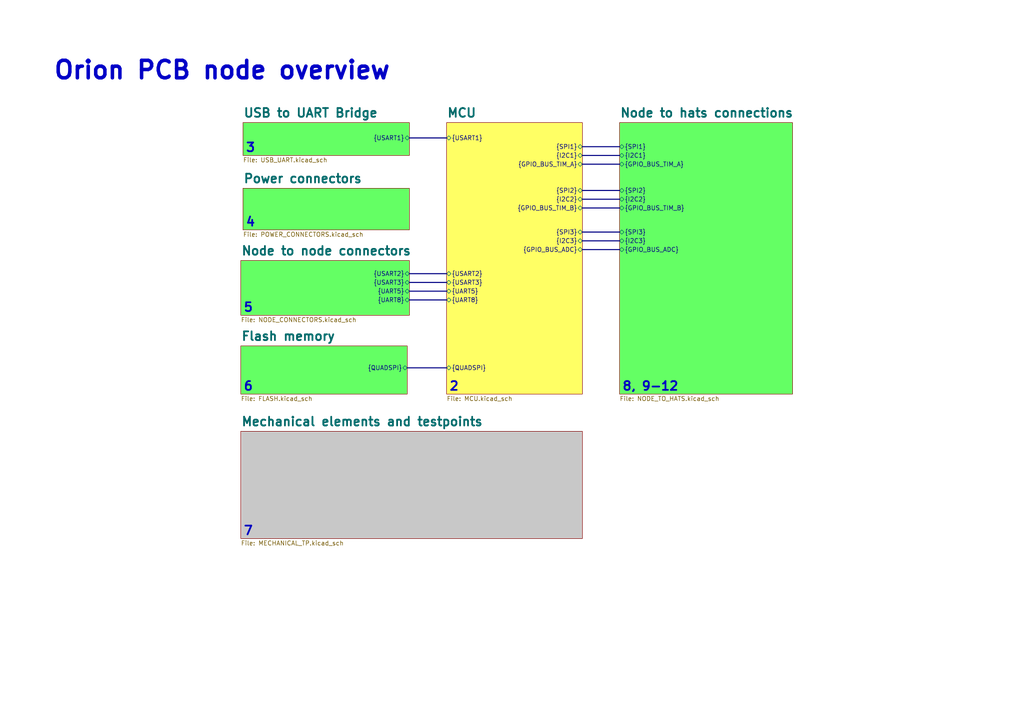
<source format=kicad_sch>
(kicad_sch (version 20211123) (generator eeschema)
  (paper "A4")
  (title_block (title "Orion PCB Node Overview") (company "EPFL Xplore") (comment 2 "Author: Vincent Nguyen"))
  (lib_symbols)
  (bus_alias "I2C4" (members "I2C4_SCL" "I2C4_SDA"))
  (bus_alias "SPI4" (members "SPI4_SCK" "SPI4_MOSI" "SPI4_MISO" "SPI4_CS"))
  (bus_alias "GPIO_BUS_AUX" (members "PE6" "PE5" "PE4"))
  (bus_alias "GPIO_BUS_ADC" (members "ADC12_INN5" "ADC12_INP5" "ADC12_INN4" "ADC12_INP4" "PE3" "PE2"))
  (bus_alias "SPI1" (members "SPI1_SCK" "SPI1_MOSI" "SPI1_MISO" "SPI1_CS"))
  (bus_alias "GPIO_BUS_TIM_A" (members "TIM3_CH1" "TIM3_CH2" "TIM3_CH3" "TIM1_CH2" "TIM1_CH3" "TIM1_CH4"))
  (bus_alias "USART2" (members "USART2_TX" "USART2_RX"))
  (bus_alias "UART8" (members "UART8_TX" "UART8_RX"))
  (bus_alias "GPIO_BUS_TIM_C" (members "TIM2_CH4" "TIM2_CH3" "TIM2_CH2" "TIM2_CH1" "PC0" "PC13"))
  (bus_alias "I2C3" (members "I2C3_SCL" "I2C3_SDA"))
  (bus_alias "SPI2" (members "SPI2_SCK" "SPI2_MOSI" "SPI2_MISO" "SPI2_CS"))
  (bus_alias "SPI3" (members "SPI3_SCK" "SPI3_MOSI" "SPI3_MISO" "SPI3_CS"))
  (bus_alias "I2C1" (members "I2C1_SCL" "I2C1_SDA"))
  (bus_alias "QUADSPI" (members "QUADSPI_CLK" "QUADSPI_BK2_NCS" "QUADSPI_BK2_IO0" "QUADSPI_BK2_IO1" "QUADSPI_BK2_IO2" "QUADSPI_BK2_IO3"))
  (bus_alias "UART5" (members "UART5_TX" "UART5_RX"))
  (bus_alias "GPIO_BUS_TIM_B" (members "UART4_TX" "UART4_RX" "TIM4_CH4" "TIM4_CH3" "TIM4_CH2" "TIM4_CH1"))
  (bus_alias "USART3" (members "USART3_TX" "USART3_RX"))
  (bus_alias "USART1" (members "USART1_TX" "USART1_RX"))
  (bus_alias "I2C2" (members "I2C2_SCL" "I2C2_SDA"))
  (bus_alias "UART4" (members "UART4_TX" "UART4_RX"))
  (bus (pts (xy 118.745 86.995) (xy 129.54 86.995)))
  (bus (pts (xy 168.91 55.245) (xy 179.705 55.245)))
  (bus (pts (xy 168.91 60.325) (xy 179.705 60.325)))
  (bus (pts (xy 118.11 106.68) (xy 129.54 106.68)))
  (bus (pts (xy 168.91 67.31) (xy 179.705 67.31)))
  (bus (pts (xy 118.745 40.005) (xy 129.54 40.005)))
  (bus (pts (xy 118.745 84.455) (xy 129.54 84.455)))
  (bus (pts (xy 118.745 79.375) (xy 129.54 79.375)))
  (bus (pts (xy 168.91 57.785) (xy 179.705 57.785)))
  (bus (pts (xy 168.91 72.39) (xy 179.705 72.39)))
  (bus (pts (xy 168.91 69.85) (xy 179.705 69.85)))
  (bus (pts (xy 168.91 47.625) (xy 179.705 47.625)))
  (bus (pts (xy 168.91 45.085) (xy 179.705 45.085)))
  (bus (pts (xy 168.91 42.545) (xy 179.705 42.545)))
  (bus (pts (xy 118.745 81.915) (xy 129.54 81.915)))
  (text "6" (at 70.485 113.665 0) (effects (font (size 2.54 2.54) bold) (justify left bottom)))
  (text "4" (at 71.12 66.04 0) (effects (font (size 2.54 2.54) bold) (justify left bottom)))
  (text "3" (at 71.12 44.45 0) (effects (font (size 2.54 2.54) bold) (justify left bottom)))
  (text "8, 9-12" (at 180.34 113.665 0) (effects (font (size 2.54 2.54) bold) (justify left bottom)))
  (text "5" (at 70.485 90.805 0) (effects (font (size 2.54 2.54) bold) (justify left bottom)))
  (text "2" (at 130.175 113.665 0) (effects (font (size 2.54 2.54) bold) (justify left bottom)))
  (text "7" (at 70.485 155.575 0) (effects (font (size 2.54 2.54) bold) (justify left bottom)))
  (text "Orion PCB node overview" (at 15.24 23.495 0) (effects (font (size 5.08 5.08) bold) (justify left bottom)))
  (sheet (at 70.485 35.56) (size 48.26 9.525) (stroke (width 0.1524)) (fill (color 100 255 100 1.0000))
    (property "Sheet name" "USB to UART Bridge" (at 70.485 34.2134 0) (effects (font (size 2.54 2.54) bold) (justify left bottom)))
    (property "Sheet file" "USB_UART.kicad_sch" (at 70.485 45.6696 0) (effects (justify left top)))
    (pin "{USART1}" bidirectional (at 118.745 40.005 0))
  )
  (sheet (at 129.54 35.56) (size 39.37 78.74) (stroke (width 0.1524)) (fill (color 255 255 100 1.0000))
    (property "Sheet name" "MCU" (at 129.54 34.2134 0) (effects (font (size 2.54 2.54) bold) (justify left bottom)))
    (property "Sheet file" "MCU.kicad_sch" (at 129.54 114.8846 0) (effects (justify left top)))
    (pin "{USART1}" bidirectional (at 129.54 40.005 180))
    (pin "{USART2}" bidirectional (at 129.54 79.375 180))
    (pin "{USART3}" bidirectional (at 129.54 81.915 180))
    (pin "{UART5}" bidirectional (at 129.54 84.455 180))
    (pin "{GPIO_BUS_TIM_B}" bidirectional (at 168.91 60.325 0))
    (pin "{GPIO_BUS_ADC}" bidirectional (at 168.91 72.39 0))
    (pin "{SPI3}" bidirectional (at 168.91 67.31 0))
    (pin "{I2C1}" bidirectional (at 168.91 45.085 0))
    (pin "{I2C2}" bidirectional (at 168.91 57.785 0))
    (pin "{I2C3}" bidirectional (at 168.91 69.85 0))
    (pin "{SPI1}" bidirectional (at 168.91 42.545 0))
    (pin "{SPI2}" bidirectional (at 168.91 55.245 0))
    (pin "{QUADSPI}" bidirectional (at 129.54 106.68 180))
    (pin "{GPIO_BUS_TIM_A}" bidirectional (at 168.91 47.625 0))
    (pin "{UART8}" bidirectional (at 129.54 86.995 180))
  )
  (sheet (at 70.485 54.61) (size 48.26 12.065) (stroke (width 0.1524)) (fill (color 100 255 100 1.0000))
    (property "Sheet name" "Power connectors" (at 70.485 53.2634 0) (effects (font (size 2.54 2.54) bold) (justify left bottom)))
    (property "Sheet file" "POWER_CONNECTORS.kicad_sch" (at 70.485 67.2596 0) (effects (justify left top)))
  )
  (sheet (at 69.85 125.095) (size 99.06 31.115) (stroke (width 0.1524)) (fill (color 200 200 200 1.0000))
    (property "Sheet name" "Mechanical elements and testpoints" (at 69.85 123.7484 0) (effects (font (size 2.54 2.54) bold) (justify left bottom)))
    (property "Sheet file" "MECHANICAL_TP.kicad_sch" (at 69.85 156.7946 0) (effects (justify left top)))
  )
  (sheet (at 69.85 100.33) (size 48.26 13.97) (stroke (width 0.1524)) (fill (color 100 255 100 1.0000))
    (property "Sheet name" "Flash memory" (at 69.85 98.9834 0) (effects (font (size 2.54 2.54) bold) (justify left bottom)))
    (property "Sheet file" "FLASH.kicad_sch" (at 69.85 114.8846 0) (effects (justify left top)))
    (pin "{QUADSPI}" bidirectional (at 118.11 106.68 0))
  )
  (sheet (at 69.85 75.565) (size 48.895 15.875) (stroke (width 0.1524)) (fill (color 100 255 100 1.0000))
    (property "Sheet name" "Node to node connectors" (at 69.85 74.2184 0) (effects (font (size 2.54 2.54) bold) (justify left bottom)))
    (property "Sheet file" "NODE_CONNECTORS.kicad_sch" (at 69.85 92.0246 0) (effects (justify left top)))
    (pin "{USART3}" bidirectional (at 118.745 81.915 0))
    (pin "{USART2}" bidirectional (at 118.745 79.375 0))
    (pin "{UART5}" bidirectional (at 118.745 84.455 0))
    (pin "{UART8}" bidirectional (at 118.745 86.995 0))
  )
  (sheet (at 179.705 35.56) (size 50.165 78.74) (stroke (width 0.1524)) (fill (color 100 255 100 1.0000))
    (property "Sheet name" "Node to hats connections" (at 179.705 34.2134 0) (effects (font (size 2.54 2.54) bold) (justify left bottom)))
    (property "Sheet file" "NODE_TO_HATS.kicad_sch" (at 179.705 114.8846 0) (effects (justify left top)))
    (pin "{SPI1}" bidirectional (at 179.705 42.545 180))
    (pin "{I2C1}" bidirectional (at 179.705 45.085 180))
    (pin "{GPIO_BUS_TIM_A}" bidirectional (at 179.705 47.625 180))
    (pin "{I2C2}" bidirectional (at 179.705 57.785 180))
    (pin "{SPI2}" bidirectional (at 179.705 55.245 180))
    (pin "{GPIO_BUS_TIM_B}" bidirectional (at 179.705 60.325 180))
    (pin "{SPI3}" bidirectional (at 179.705 67.31 180))
    (pin "{I2C3}" bidirectional (at 179.705 69.85 180))
    (pin "{GPIO_BUS_ADC}" bidirectional (at 179.705 72.39 180))
  )
)
</source>
